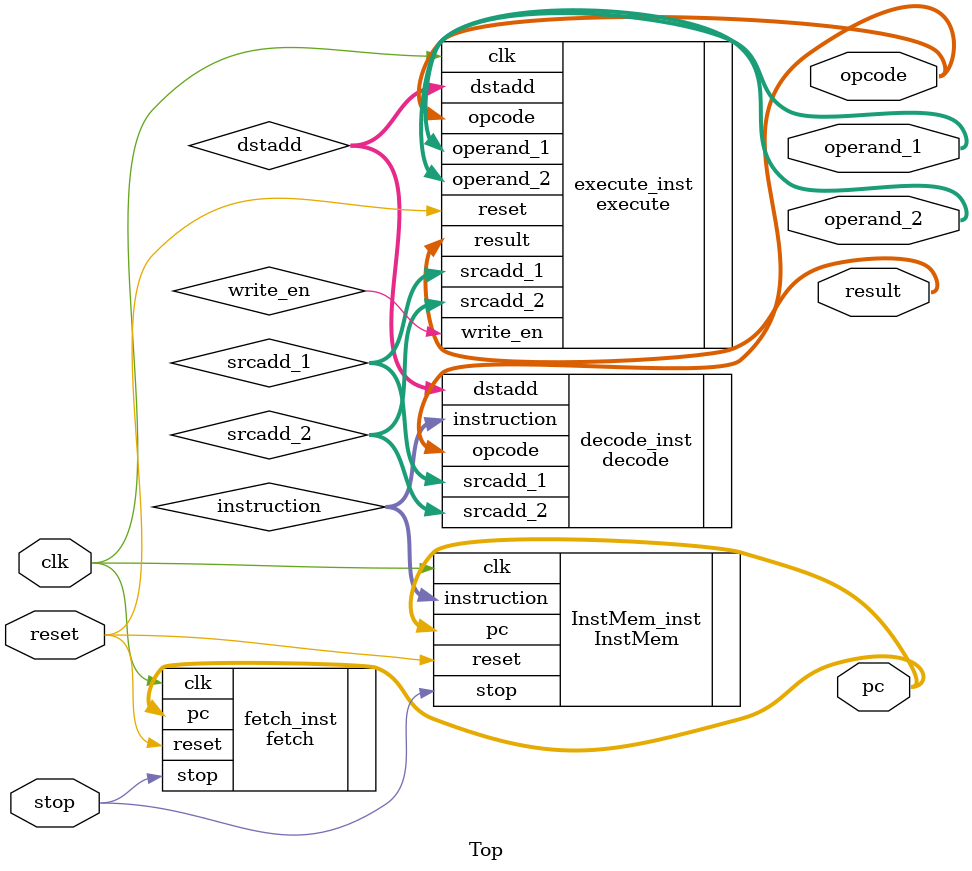
<source format=v>
module Top(
    input   clk,              // Å¬·° ÀÔ·Â
    input   reset,            // ¸®¼Â ½ÅÈ£ ÀÔ·Â
    input   stop,             // ÁßÁö ½ÅÈ£ ÀÔ·Â

    output [3:0] opcode,
    output [7:0] operand_1,
    output [7:0] operand_2,
    output [7:0] result,
    output [3:0] pc
);

wire [15:0] instruction;
wire [3:0] srcadd_1, srcadd_2, dstadd;
wire write_en;

fetch fetch_inst(
    .clk(clk),             // Å¬·° ÀÔ·Â
    .reset(reset),           // ¸®¼Â ½ÅÈ£ ÀÔ·Â
    .stop(stop),       // ¸ØÃã ½ÅÈ£ ÀÔ·Â
    .pc(pc)  // ÇÁ·Î±×·¥ Ä«¿îÅÍ Ãâ·Â
);

InstMem InstMem_inst(
    //input
    .clk(clk),                // Å¬·° ÀÔ·Â
    .reset(reset),              // ¸®¼Â ½ÅÈ£ ÀÔ·Â
    .stop(stop),               // ÁßÁö ½ÅÈ£ ÀÔ·Â
    .pc(pc),           // ÇÁ·Î±×·¥ Ä«¿îÅÍ ÀÔ·Â (4ºñÆ®)

    //output
    .instruction(instruction) // ¸í·É¾î Ãâ·Â
);

decode decode_inst(
    //input
    .instruction(instruction),  // ÀÔ·Â ¸í·É¾î

    //output
    .opcode(opcode),       // Ãâ·Â opcode
    .srcadd_1(srcadd_1),     // Ãâ·Â Ã¹ ¹øÂ° ¼Ò½º ÁÖ¼Ò
    .srcadd_2(srcadd_2),     // Ãâ·Â µÎ ¹øÂ° ¼Ò½º ÁÖ¼Ò
    .dstadd(dstadd)        // Ãâ·Â ´ë»ó ÁÖ¼Ò
);

execute execute_inst(
    //input
    .clk(clk),             // Å¬·° ÀÔ·Â
    .reset(reset),           // ¸®¼Â ½ÅÈ£ ÀÔ·Â
    .opcode(opcode),    // ¸í·É¾î opcode ÀÔ·Â
    .srcadd_1(srcadd_1),  // Ã¹ ¹øÂ° ¼Ò½º µ¥ÀÌÅÍ ÀÔ·Â
    .srcadd_2(srcadd_2),  // µÎ ¹øÂ° ¼Ò½º µ¥ÀÌÅÍ ÀÔ·Â
    .dstadd(dstadd),     // ´ë»ó ÁÖ¼Ò ÀÔ·Â //FM decode

    //output
    .operand_1(operand_1),
    .operand_2(operand_2),
    .result(result),
    .write_en(write_en)
);

endmodule

</source>
